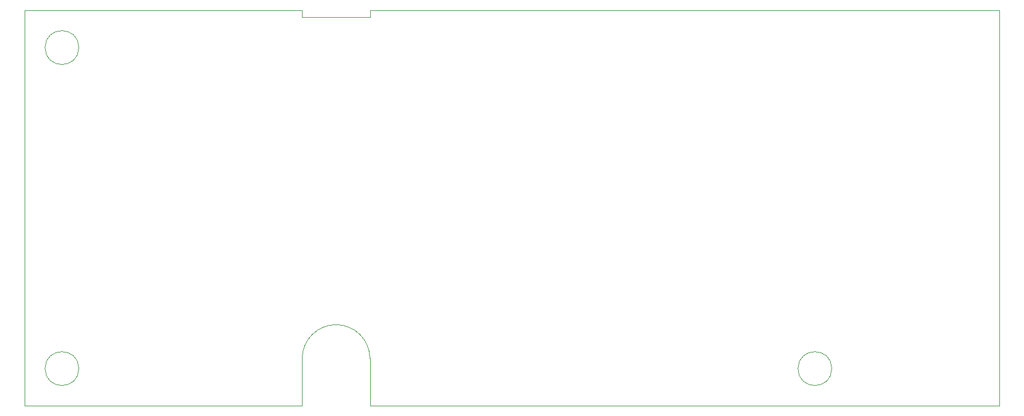
<source format=gbr>
%TF.GenerationSoftware,KiCad,Pcbnew,(6.0.2)*%
%TF.CreationDate,2022-03-19T11:44:55+11:00*%
%TF.ProjectId,T1200_PSU,54313230-305f-4505-9355-2e6b69636164,rev?*%
%TF.SameCoordinates,Original*%
%TF.FileFunction,Profile,NP*%
%FSLAX46Y46*%
G04 Gerber Fmt 4.6, Leading zero omitted, Abs format (unit mm)*
G04 Created by KiCad (PCBNEW (6.0.2)) date 2022-03-19 11:44:55*
%MOMM*%
%LPD*%
G01*
G04 APERTURE LIST*
%TA.AperFunction,Profile*%
%ADD10C,0.100000*%
%TD*%
G04 APERTURE END LIST*
D10*
X53000000Y-63500000D02*
X53000000Y-70500000D01*
X12000000Y-70500000D02*
X53000000Y-70500000D01*
X63000000Y-63500000D02*
X63000000Y-70500000D01*
X131250000Y-65000000D02*
G75*
G03*
X131250000Y-65000000I-2500000J0D01*
G01*
X156000000Y-12000000D02*
X156000000Y-70500000D01*
X53000000Y-12000000D02*
X53000000Y-13000000D01*
X63000000Y-12000000D02*
X156000000Y-12000000D01*
X53000000Y-13000000D02*
X63000000Y-13000000D01*
X20000000Y-65000000D02*
G75*
G03*
X20000000Y-65000000I-2500000J0D01*
G01*
X63000000Y-13000000D02*
X63000000Y-12000000D01*
X20000000Y-17500000D02*
G75*
G03*
X20000000Y-17500000I-2500000J0D01*
G01*
X63000000Y-63500000D02*
G75*
G03*
X53000000Y-63500000I-5000000J0D01*
G01*
X156000000Y-70500000D02*
X63000000Y-70500000D01*
X12000000Y-70500000D02*
X12000000Y-12000000D01*
X12000000Y-12000000D02*
X53000000Y-12000000D01*
M02*

</source>
